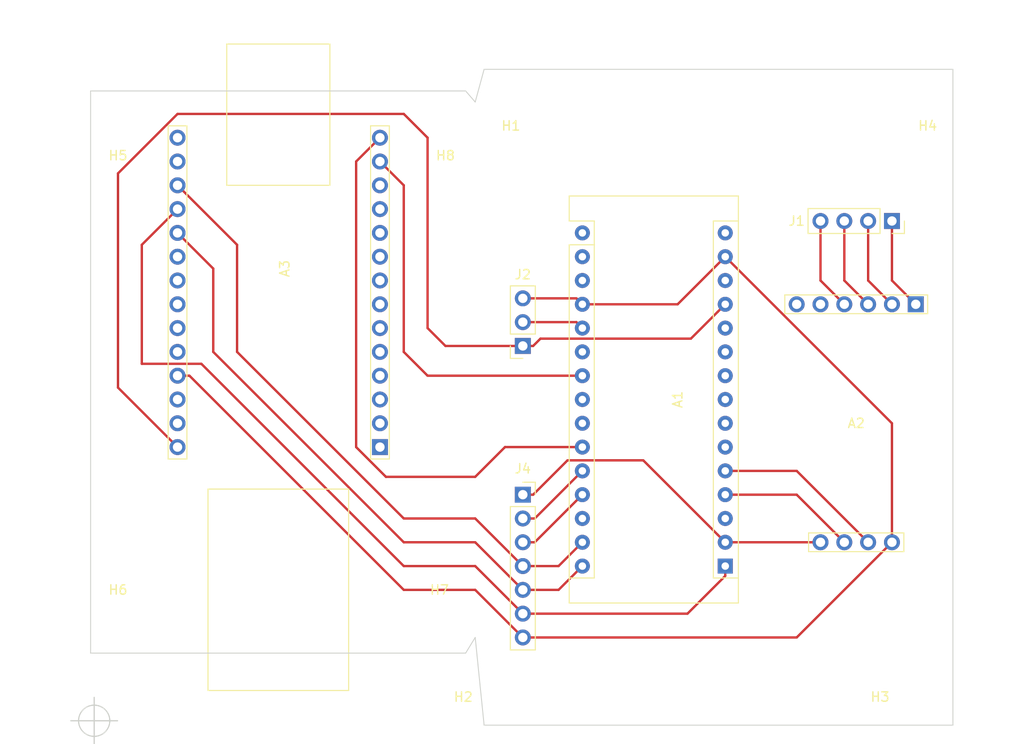
<source format=kicad_pcb>
(kicad_pcb (version 20171130) (host pcbnew 5.1.5+dfsg1-2build2)

  (general
    (thickness 1.6)
    (drawings 17)
    (tracks 83)
    (zones 0)
    (modules 14)
    (nets 18)
  )

  (page A4)
  (title_block
    (title "PCB layout")
    (date 2022-07-23)
    (rev 2.1)
    (company "Ferreira Bros.")
    (comment 2 "JB 3 RFID Reader")
    (comment 3 "JB 2 - Relay")
    (comment 4 "JB 1 - Load cells")
  )

  (layers
    (0 F.Cu signal)
    (31 B.Cu signal)
    (32 B.Adhes user)
    (33 F.Adhes user)
    (34 B.Paste user)
    (35 F.Paste user)
    (36 B.SilkS user)
    (37 F.SilkS user)
    (38 B.Mask user)
    (39 F.Mask user)
    (40 Dwgs.User user)
    (41 Cmts.User user)
    (42 Eco1.User user)
    (43 Eco2.User user)
    (44 Edge.Cuts user)
    (45 Margin user)
    (46 B.CrtYd user)
    (47 F.CrtYd user)
    (48 B.Fab user)
    (49 F.Fab user)
  )

  (setup
    (last_trace_width 0.25)
    (trace_clearance 0.2)
    (zone_clearance 0.508)
    (zone_45_only no)
    (trace_min 0.2)
    (via_size 0.8)
    (via_drill 0.4)
    (via_min_size 0.4)
    (via_min_drill 0.3)
    (uvia_size 0.3)
    (uvia_drill 0.1)
    (uvias_allowed no)
    (uvia_min_size 0.2)
    (uvia_min_drill 0.1)
    (edge_width 0.1)
    (segment_width 0.2)
    (pcb_text_width 0.3)
    (pcb_text_size 1.5 1.5)
    (mod_edge_width 0.15)
    (mod_text_size 1 1)
    (mod_text_width 0.15)
    (pad_size 2.2 2.2)
    (pad_drill 2.2)
    (pad_to_mask_clearance 0)
    (aux_axis_origin 0 0)
    (grid_origin 110.49 133.35)
    (visible_elements FFFFFF7F)
    (pcbplotparams
      (layerselection 0x00000_7fffffff)
      (usegerberextensions false)
      (usegerberattributes false)
      (usegerberadvancedattributes false)
      (creategerberjobfile false)
      (excludeedgelayer false)
      (linewidth 0.100000)
      (plotframeref true)
      (viasonmask false)
      (mode 1)
      (useauxorigin false)
      (hpglpennumber 1)
      (hpglpenspeed 20)
      (hpglpendiameter 15.000000)
      (psnegative false)
      (psa4output false)
      (plotreference true)
      (plotvalue true)
      (plotinvisibletext false)
      (padsonsilk false)
      (subtractmaskfromsilk false)
      (outputformat 4)
      (mirror false)
      (drillshape 0)
      (scaleselection 1)
      (outputdirectory "./"))
  )

  (net 0 "")
  (net 1 GND)
  (net 2 SCK)
  (net 3 MISO)
  (net 4 MOSI)
  (net 5 RST)
  (net 6 +5V)
  (net 7 SDA)
  (net 8 SS_ETH)
  (net 9 SS_SD)
  (net 10 +3V3)
  (net 11 A+)
  (net 12 A-)
  (net 13 E-)
  (net 14 E+)
  (net 15 "Net-(A1-Pad4)")
  (net 16 "Net-(A1-Pad5)")
  (net 17 RELAY)

  (net_class Default "This is the default net class."
    (clearance 0.2)
    (trace_width 0.25)
    (via_dia 0.8)
    (via_drill 0.4)
    (uvia_dia 0.3)
    (uvia_drill 0.1)
    (add_net +3V3)
    (add_net +5V)
    (add_net A+)
    (add_net A-)
    (add_net E+)
    (add_net E-)
    (add_net GND)
    (add_net MISO)
    (add_net MOSI)
    (add_net "Net-(A1-Pad4)")
    (add_net "Net-(A1-Pad5)")
    (add_net RELAY)
    (add_net RST)
    (add_net SCK)
    (add_net SDA)
    (add_net SS_ETH)
    (add_net SS_SD)
  )

  (module Arduino_Modules:Arduino_Nano_Every (layer F.Cu) (tedit 62D871E4) (tstamp 62D8CEAE)
    (at 177.8 116.84 180)
    (descr "Arduino Nano, http://www.mouser.com/pdfdocs/Gravitech_Arduino_Nano3_0.pdf")
    (tags "Arduino Nano")
    (path /62DA404E)
    (fp_text reference A1 (at 5.08 17.78 270) (layer F.SilkS)
      (effects (font (size 1 1) (thickness 0.15)))
    )
    (fp_text value Arduin_Nano_Avery (at 7.62 17.78 270) (layer F.Fab)
      (effects (font (size 1 1) (thickness 0.15)))
    )
    (fp_line (start 13.97 34.29) (end 13.97 36.83) (layer F.SilkS) (width 0.12))
    (fp_line (start 13.97 36.83) (end 16.64 36.83) (layer F.SilkS) (width 0.12))
    (fp_line (start 16.64 34.29) (end 16.64 -3.94) (layer F.SilkS) (width 0.12))
    (fp_line (start 16.64 39.5) (end 16.64 36.83) (layer F.SilkS) (width 0.12))
    (fp_line (start 1.27 36.83) (end -1.4 36.83) (layer F.SilkS) (width 0.12))
    (fp_line (start 1.27 36.83) (end 1.27 -1.27) (layer F.SilkS) (width 0.12))
    (fp_line (start 1.27 -1.27) (end -1.4 -1.27) (layer F.SilkS) (width 0.12))
    (fp_line (start 13.97 34.29) (end 16.64 34.29) (layer F.SilkS) (width 0.12))
    (fp_line (start 13.97 34.29) (end 13.97 -1.27) (layer F.SilkS) (width 0.12))
    (fp_line (start 13.97 -1.27) (end 16.64 -1.27) (layer F.SilkS) (width 0.12))
    (fp_line (start 11.43 3.81) (end 3.81 3.81) (layer F.Fab) (width 0.1))
    (fp_line (start 3.81 3.81) (end 3.81 -6.35) (layer F.Fab) (width 0.1))
    (fp_line (start 3.81 -6.35) (end 11.43 -6.35) (layer F.Fab) (width 0.1))
    (fp_line (start 11.43 -6.35) (end 11.43 3.81) (layer F.Fab) (width 0.1))
    (fp_line (start 16.64 -3.94) (end -1.4 -3.94) (layer F.SilkS) (width 0.12))
    (fp_line (start -1.4 -3.94) (end -1.4 39.5) (layer F.SilkS) (width 0.12))
    (fp_line (start -1.4 39.5) (end 16.64 39.5) (layer F.SilkS) (width 0.12))
    (fp_line (start -1.27 -3.81) (end 16.51 -3.81) (layer F.Fab) (width 0.1))
    (fp_line (start 16.51 -3.81) (end 16.51 38.1) (layer F.Fab) (width 0.1))
    (fp_line (start 16.51 38.1) (end 15.24 39.37) (layer F.Fab) (width 0.1))
    (fp_line (start 15.24 39.37) (end -1.27 39.37) (layer F.Fab) (width 0.1))
    (fp_line (start -1.27 39.37) (end -1.27 -3.81) (layer F.Fab) (width 0.1))
    (fp_line (start 16.77 39.62) (end -1.51 39.62) (layer F.CrtYd) (width 0.05))
    (fp_line (start 16.77 39.62) (end 16.77 -6.6) (layer F.CrtYd) (width 0.05))
    (fp_line (start -1.51 -6.6) (end -1.51 39.62) (layer F.CrtYd) (width 0.05))
    (fp_line (start -1.51 -6.6) (end 16.77 -6.6) (layer F.CrtYd) (width 0.05))
    (pad 16 thru_hole oval (at 15.24 35.56) (size 1.6 1.6) (drill 0.8) (layers *.Cu *.Mask))
    (pad 2 thru_hole oval (at 0 2.54) (size 1.6 1.6) (drill 0.8) (layers *.Cu *.Mask)
      (net 10 +3V3))
    (pad 17 thru_hole oval (at 15.24 33.02) (size 1.6 1.6) (drill 0.8) (layers *.Cu *.Mask))
    (pad 3 thru_hole oval (at 0 5.08) (size 1.6 1.6) (drill 0.8) (layers *.Cu *.Mask))
    (pad 18 thru_hole oval (at 15.24 30.48) (size 1.6 1.6) (drill 0.8) (layers *.Cu *.Mask))
    (pad 4 thru_hole oval (at 0 7.62) (size 1.6 1.6) (drill 0.8) (layers *.Cu *.Mask)
      (net 15 "Net-(A1-Pad4)"))
    (pad 19 thru_hole oval (at 15.24 27.94) (size 1.6 1.6) (drill 0.8) (layers *.Cu *.Mask)
      (net 1 GND))
    (pad 5 thru_hole oval (at 0 10.16) (size 1.6 1.6) (drill 0.8) (layers *.Cu *.Mask)
      (net 16 "Net-(A1-Pad5)"))
    (pad 20 thru_hole oval (at 15.24 25.4) (size 1.6 1.6) (drill 0.8) (layers *.Cu *.Mask)
      (net 17 RELAY))
    (pad 6 thru_hole oval (at 0 12.7) (size 1.6 1.6) (drill 0.8) (layers *.Cu *.Mask))
    (pad 21 thru_hole oval (at 15.24 22.86) (size 1.6 1.6) (drill 0.8) (layers *.Cu *.Mask))
    (pad 7 thru_hole oval (at 0 15.24) (size 1.6 1.6) (drill 0.8) (layers *.Cu *.Mask))
    (pad 22 thru_hole oval (at 15.24 20.32) (size 1.6 1.6) (drill 0.8) (layers *.Cu *.Mask)
      (net 9 SS_SD))
    (pad 8 thru_hole oval (at 0 17.78) (size 1.6 1.6) (drill 0.8) (layers *.Cu *.Mask))
    (pad 23 thru_hole oval (at 15.24 17.78) (size 1.6 1.6) (drill 0.8) (layers *.Cu *.Mask))
    (pad 9 thru_hole oval (at 0 20.32) (size 1.6 1.6) (drill 0.8) (layers *.Cu *.Mask))
    (pad 24 thru_hole oval (at 15.24 15.24) (size 1.6 1.6) (drill 0.8) (layers *.Cu *.Mask))
    (pad 10 thru_hole oval (at 0 22.86) (size 1.6 1.6) (drill 0.8) (layers *.Cu *.Mask))
    (pad 25 thru_hole oval (at 15.24 12.7) (size 1.6 1.6) (drill 0.8) (layers *.Cu *.Mask)
      (net 8 SS_ETH))
    (pad 11 thru_hole oval (at 0 25.4) (size 1.6 1.6) (drill 0.8) (layers *.Cu *.Mask))
    (pad 26 thru_hole oval (at 15.24 10.16) (size 1.6 1.6) (drill 0.8) (layers *.Cu *.Mask)
      (net 7 SDA))
    (pad 12 thru_hole oval (at 0 27.94) (size 1.6 1.6) (drill 0.8) (layers *.Cu *.Mask)
      (net 6 +5V))
    (pad 27 thru_hole oval (at 15.24 7.62) (size 1.6 1.6) (drill 0.8) (layers *.Cu *.Mask)
      (net 5 RST))
    (pad 13 thru_hole oval (at 0 30.48) (size 1.6 1.6) (drill 0.8) (layers *.Cu *.Mask))
    (pad 28 thru_hole oval (at 15.24 5.08) (size 1.6 1.6) (drill 0.8) (layers *.Cu *.Mask))
    (pad 14 thru_hole oval (at 0 33.02) (size 1.6 1.6) (drill 0.8) (layers *.Cu *.Mask)
      (net 1 GND))
    (pad 29 thru_hole oval (at 15.24 2.54) (size 1.6 1.6) (drill 0.8) (layers *.Cu *.Mask)
      (net 4 MOSI))
    (pad 15 thru_hole oval (at 0 35.56) (size 1.6 1.6) (drill 0.8) (layers *.Cu *.Mask))
    (pad 30 thru_hole oval (at 15.24 0) (size 1.6 1.6) (drill 0.8) (layers *.Cu *.Mask)
      (net 3 MISO))
    (pad 1 thru_hole rect (at 0 0) (size 1.6 1.6) (drill 0.8) (layers *.Cu *.Mask)
      (net 2 SCK))
    (model ${KISYS3DMOD}/Module.3dshapes/Arduino_Nano_WithMountingHoles.wrl
      (at (xyz 0 0 0))
      (scale (xyz 1 1 1))
      (rotate (xyz 0 0 0))
    )
  )

  (module Arduino_Modules:MKR_ETH_Shield (layer F.Cu) (tedit 62D8720F) (tstamp 62D895F1)
    (at 140.97 104.14 180)
    (descr "Arduino ethernet shield")
    (path /62D2204F)
    (fp_text reference A3 (at 10.16 19.05 90) (layer F.SilkS)
      (effects (font (size 1 1) (thickness 0.15)))
    )
    (fp_text value Arduino_MKR_ETH (at 12.7 19.05 90) (layer F.Fab)
      (effects (font (size 1 1) (thickness 0.15)))
    )
    (fp_line (start 16.34 27.94) (end 5.34 27.94) (layer F.SilkS) (width 0.12))
    (fp_line (start 16.34 43.02) (end 16.34 27.94) (layer F.SilkS) (width 0.12))
    (fp_line (start 5.34 43.02) (end 5.34 27.94) (layer F.SilkS) (width 0.12))
    (fp_line (start 16.34 43.02) (end 5.34 43.02) (layer F.SilkS) (width 0.12))
    (fp_line (start 18.34 -4.48) (end 3.34 -4.48) (layer F.SilkS) (width 0.12))
    (fp_line (start 3.34 -4.48) (end 3.34 -25.98) (layer F.SilkS) (width 0.12))
    (fp_line (start 18.34 -4.48) (end 18.34 -25.98) (layer F.SilkS) (width 0.12))
    (fp_line (start 18.34 -25.98) (end 3.34 -25.98) (layer F.SilkS) (width 0.12))
    (fp_line (start 1 34.29) (end -1 34.29) (layer F.SilkS) (width 0.12))
    (fp_line (start 1 -1.27) (end -1 -1.27) (layer F.SilkS) (width 0.12))
    (fp_line (start 1 34.29) (end 1 -1.27) (layer F.SilkS) (width 0.12))
    (fp_line (start -1 34.29) (end -1 -1.27) (layer F.SilkS) (width 0.12))
    (fp_line (start 22.59 34.29) (end 20.59 34.29) (layer F.SilkS) (width 0.12))
    (fp_line (start 22.59 34.29) (end 22.59 -1.27) (layer F.SilkS) (width 0.12))
    (fp_line (start 22.59 -1.27) (end 20.59 -1.27) (layer F.SilkS) (width 0.12))
    (fp_line (start 20.59 34.29) (end 20.59 -1.27) (layer F.SilkS) (width 0.12))
    (fp_line (start 23.34 -21.98) (end -1.66 -21.98) (layer F.CrtYd) (width 0.05))
    (fp_line (start -1.66 39.02) (end -1.66 -21.98) (layer F.CrtYd) (width 0.05))
    (fp_line (start 23.34 39.02) (end 23.34 -21.98) (layer F.CrtYd) (width 0.05))
    (fp_line (start 23.34 39.02) (end -1.66 39.02) (layer F.CrtYd) (width 0.05))
    (pad 1 thru_hole rect (at 0 0) (size 1.7 1.7) (drill 1) (layers *.Cu *.Mask))
    (pad 2 thru_hole oval (at 0 2.54) (size 1.7 1.7) (drill 1) (layers *.Cu *.Mask))
    (pad 3 thru_hole oval (at 0 5.08) (size 1.7 1.7) (drill 1) (layers *.Cu *.Mask))
    (pad 4 thru_hole oval (at 0 7.62) (size 1.7 1.7) (drill 1) (layers *.Cu *.Mask))
    (pad 5 thru_hole oval (at 0 10.16) (size 1.7 1.7) (drill 1) (layers *.Cu *.Mask))
    (pad 6 thru_hole oval (at 0 12.7) (size 1.7 1.7) (drill 1) (layers *.Cu *.Mask))
    (pad 7 thru_hole oval (at 0 15.24) (size 1.7 1.7) (drill 1) (layers *.Cu *.Mask))
    (pad 8 thru_hole oval (at 0 17.78) (size 1.7 1.7) (drill 1) (layers *.Cu *.Mask))
    (pad 9 thru_hole oval (at 0 20.32) (size 1.7 1.7) (drill 1) (layers *.Cu *.Mask))
    (pad 10 thru_hole oval (at 0 22.86) (size 1.7 1.7) (drill 1) (layers *.Cu *.Mask))
    (pad 11 thru_hole oval (at 0 25.4) (size 1.7 1.7) (drill 1) (layers *.Cu *.Mask))
    (pad 12 thru_hole oval (at 0 27.94) (size 1.7 1.7) (drill 1) (layers *.Cu *.Mask))
    (pad 13 thru_hole oval (at 0 30.48) (size 1.7 1.7) (drill 1) (layers *.Cu *.Mask)
      (net 9 SS_SD))
    (pad 14 thru_hole oval (at 0 33.02) (size 1.7 1.7) (drill 1) (layers *.Cu *.Mask)
      (net 8 SS_ETH))
    (pad 28 thru_hole oval (at 21.59 0) (size 1.7 1.7) (drill 1) (layers *.Cu *.Mask)
      (net 6 +5V))
    (pad 27 thru_hole oval (at 21.59 2.54) (size 1.7 1.7) (drill 1) (layers *.Cu *.Mask))
    (pad 26 thru_hole oval (at 21.59 5.08) (size 1.7 1.7) (drill 1) (layers *.Cu *.Mask))
    (pad 25 thru_hole oval (at 21.59 7.62) (size 1.7 1.7) (drill 1) (layers *.Cu *.Mask)
      (net 1 GND))
    (pad 24 thru_hole oval (at 21.59 10.16) (size 1.7 1.7) (drill 1) (layers *.Cu *.Mask))
    (pad 23 thru_hole oval (at 21.59 12.7) (size 1.7 1.7) (drill 1) (layers *.Cu *.Mask))
    (pad 22 thru_hole oval (at 21.59 15.24) (size 1.7 1.7) (drill 1) (layers *.Cu *.Mask))
    (pad 21 thru_hole oval (at 21.59 17.78) (size 1.7 1.7) (drill 1) (layers *.Cu *.Mask))
    (pad 20 thru_hole oval (at 21.59 20.32) (size 1.7 1.7) (drill 1) (layers *.Cu *.Mask))
    (pad 19 thru_hole oval (at 21.59 22.86) (size 1.7 1.7) (drill 1) (layers *.Cu *.Mask)
      (net 3 MISO))
    (pad 18 thru_hole oval (at 21.59 25.4) (size 1.7 1.7) (drill 1) (layers *.Cu *.Mask)
      (net 2 SCK))
    (pad 17 thru_hole oval (at 21.59 27.94) (size 1.7 1.7) (drill 1) (layers *.Cu *.Mask)
      (net 4 MOSI))
    (pad 16 thru_hole oval (at 21.59 30.48) (size 1.7 1.7) (drill 1) (layers *.Cu *.Mask))
    (pad 15 thru_hole oval (at 21.59 33.02) (size 1.7 1.7) (drill 1) (layers *.Cu *.Mask))
  )

  (module MountingHole:MountingHole_2.2mm_M2 (layer F.Cu) (tedit 56D1B4CB) (tstamp 62D74B08)
    (at 147.955 69.215)
    (descr "Mounting Hole 2.2mm, no annular, M2")
    (tags "mounting hole 2.2mm no annular m2")
    (path /62D93269)
    (attr virtual)
    (fp_text reference H8 (at 0 3.81) (layer F.SilkS)
      (effects (font (size 1 1) (thickness 0.15)))
    )
    (fp_text value MountingHole (at -2.54 -3.81 180) (layer F.Fab)
      (effects (font (size 1 1) (thickness 0.15)))
    )
    (fp_circle (center 0 0) (end 2.45 0) (layer F.CrtYd) (width 0.05))
    (fp_circle (center 0 0) (end 2.2 0) (layer Cmts.User) (width 0.15))
    (fp_text user %R (at 0.3 0) (layer F.Fab)
      (effects (font (size 1 1) (thickness 0.15)))
    )
    (pad 1 np_thru_hole circle (at 0 0) (size 2.2 2.2) (drill 2.2) (layers *.Cu *.Mask))
  )

  (module MountingHole:MountingHole_2.2mm_M2 (layer F.Cu) (tedit 56D1B4CB) (tstamp 62DB3376)
    (at 147.32 123.19)
    (descr "Mounting Hole 2.2mm, no annular, M2")
    (tags "mounting hole 2.2mm no annular m2")
    (path /62D935B8)
    (attr virtual)
    (fp_text reference H7 (at 0 -3.81) (layer F.SilkS)
      (effects (font (size 1 1) (thickness 0.15)))
    )
    (fp_text value MountingHole (at -2.54 3.81) (layer F.Fab)
      (effects (font (size 1 1) (thickness 0.15)))
    )
    (fp_text user %R (at 0.3 0) (layer F.Fab)
      (effects (font (size 1 1) (thickness 0.15)))
    )
    (fp_circle (center 0 0) (end 2.2 0) (layer Cmts.User) (width 0.15))
    (fp_circle (center 0 0) (end 2.45 0) (layer F.CrtYd) (width 0.05))
    (pad 1 np_thru_hole circle (at 0 0) (size 2.2 2.2) (drill 2.2) (layers *.Cu *.Mask))
  )

  (module MountingHole:MountingHole_2.2mm_M2 (layer F.Cu) (tedit 56D1B4CB) (tstamp 62DB31D5)
    (at 113.03 123.19)
    (descr "Mounting Hole 2.2mm, no annular, M2")
    (tags "mounting hole 2.2mm no annular m2")
    (path /62D93743)
    (attr virtual)
    (fp_text reference H6 (at 0 -3.81) (layer F.SilkS)
      (effects (font (size 1 1) (thickness 0.15)))
    )
    (fp_text value MountingHole (at 3.81 3.81 180) (layer F.Fab)
      (effects (font (size 1 1) (thickness 0.15)))
    )
    (fp_circle (center 0 0) (end 2.45 0) (layer F.CrtYd) (width 0.05))
    (fp_circle (center 0 0) (end 2.2 0) (layer Cmts.User) (width 0.15))
    (fp_text user %R (at 0.3 0) (layer F.Fab)
      (effects (font (size 1 1) (thickness 0.15)))
    )
    (pad 1 np_thru_hole circle (at 0 0) (size 2.2 2.2) (drill 2.2) (layers *.Cu *.Mask))
  )

  (module MountingHole:MountingHole_2.2mm_M2 (layer F.Cu) (tedit 56D1B4CB) (tstamp 62D74AF0)
    (at 113.03 69.215)
    (descr "Mounting Hole 2.2mm, no annular, M2")
    (tags "mounting hole 2.2mm no annular m2")
    (path /62D92E33)
    (attr virtual)
    (fp_text reference H5 (at 0 3.81) (layer F.SilkS)
      (effects (font (size 1 1) (thickness 0.15)))
    )
    (fp_text value MountingHole (at 3.81 -3.81 180) (layer F.Fab)
      (effects (font (size 1 1) (thickness 0.15)))
    )
    (fp_circle (center 0 0) (end 2.45 0) (layer F.CrtYd) (width 0.05))
    (fp_circle (center 0 0) (end 2.2 0) (layer Cmts.User) (width 0.15))
    (fp_text user %R (at 0.3 0) (layer F.Fab)
      (effects (font (size 1 1) (thickness 0.15)))
    )
    (pad 1 np_thru_hole circle (at 0 0) (size 2.2 2.2) (drill 2.2) (layers *.Cu *.Mask))
  )

  (module MountingHole:MountingHole_2.2mm_M2 (layer F.Cu) (tedit 56D1B4CB) (tstamp 62DB2736)
    (at 199.39 66.04)
    (descr "Mounting Hole 2.2mm, no annular, M2")
    (tags "mounting hole 2.2mm no annular m2")
    (path /62D93E95)
    (attr virtual)
    (fp_text reference H4 (at 0 3.81) (layer F.SilkS)
      (effects (font (size 1 1) (thickness 0.15)))
    )
    (fp_text value MountingHole (at -3.81 -3.81) (layer F.Fab)
      (effects (font (size 1 1) (thickness 0.15)))
    )
    (fp_circle (center 0 0) (end 2.45 0) (layer F.CrtYd) (width 0.05))
    (fp_circle (center 0 0) (end 2.2 0) (layer Cmts.User) (width 0.15))
    (fp_text user %R (at 0.3 0) (layer F.Fab)
      (effects (font (size 1 1) (thickness 0.15)))
    )
    (pad 1 np_thru_hole circle (at 0 0) (size 2.2 2.2) (drill 2.2) (layers *.Cu *.Mask))
  )

  (module MountingHole:MountingHole_2.2mm_M2 (layer F.Cu) (tedit 56D1B4CB) (tstamp 62D74AE0)
    (at 199.39 130.81)
    (descr "Mounting Hole 2.2mm, no annular, M2")
    (tags "mounting hole 2.2mm no annular m2")
    (path /62D94384)
    (attr virtual)
    (fp_text reference H3 (at -5.08 0) (layer F.SilkS)
      (effects (font (size 1 1) (thickness 0.15)))
    )
    (fp_text value MountingHole (at -3.81 3.81) (layer F.Fab)
      (effects (font (size 1 1) (thickness 0.15)))
    )
    (fp_circle (center 0 0) (end 2.45 0) (layer F.CrtYd) (width 0.05))
    (fp_circle (center 0 0) (end 2.2 0) (layer Cmts.User) (width 0.15))
    (fp_text user %R (at 0.3 0) (layer F.Fab)
      (effects (font (size 1 1) (thickness 0.15)))
    )
    (pad 1 np_thru_hole circle (at 0 0) (size 2.2 2.2) (drill 2.2) (layers *.Cu *.Mask))
  )

  (module MountingHole:MountingHole_2.2mm_M2 (layer F.Cu) (tedit 56D1B4CB) (tstamp 62D74AD8)
    (at 154.94 130.81)
    (descr "Mounting Hole 2.2mm, no annular, M2")
    (tags "mounting hole 2.2mm no annular m2")
    (path /62D94503)
    (attr virtual)
    (fp_text reference H2 (at -5.08 0) (layer F.SilkS)
      (effects (font (size 1 1) (thickness 0.15)))
    )
    (fp_text value MountingHole (at -1.27 3.81) (layer F.Fab)
      (effects (font (size 1 1) (thickness 0.15)))
    )
    (fp_circle (center 0 0) (end 2.45 0) (layer F.CrtYd) (width 0.05))
    (fp_circle (center 0 0) (end 2.2 0) (layer Cmts.User) (width 0.15))
    (fp_text user %R (at 0.3 0) (layer F.Fab)
      (effects (font (size 1 1) (thickness 0.15)))
    )
    (pad 1 np_thru_hole circle (at 0 0) (size 2.2 2.2) (drill 2.2) (layers *.Cu *.Mask))
  )

  (module MountingHole:MountingHole_2.2mm_M2 (layer F.Cu) (tedit 56D1B4CB) (tstamp 62DB2ACA)
    (at 154.94 66.04)
    (descr "Mounting Hole 2.2mm, no annular, M2")
    (tags "mounting hole 2.2mm no annular m2")
    (path /62D93B71)
    (attr virtual)
    (fp_text reference H1 (at 0 3.81) (layer F.SilkS)
      (effects (font (size 1 1) (thickness 0.15)))
    )
    (fp_text value MountingHole (at 3.81 -3.81) (layer F.Fab)
      (effects (font (size 1 1) (thickness 0.15)))
    )
    (fp_circle (center 0 0) (end 2.45 0) (layer F.CrtYd) (width 0.05))
    (fp_circle (center 0 0) (end 2.2 0) (layer Cmts.User) (width 0.15))
    (fp_text user %R (at 0.3 0) (layer F.Fab)
      (effects (font (size 1 1) (thickness 0.15)))
    )
    (pad 1 np_thru_hole circle (at 0 0) (size 2.2 2.2) (drill 2.2) (layers *.Cu *.Mask))
  )

  (module Connector_PinSocket_2.54mm:PinSocket_1x07_P2.54mm_Vertical (layer F.Cu) (tedit 5A19A433) (tstamp 62D6091F)
    (at 156.21 109.22)
    (descr "Through hole straight socket strip, 1x07, 2.54mm pitch, single row (from Kicad 4.0.7), script generated")
    (tags "Through hole socket strip THT 1x07 2.54mm single row")
    (path /62D29C17)
    (fp_text reference J4 (at 0 -2.77) (layer F.SilkS)
      (effects (font (size 1 1) (thickness 0.15)))
    )
    (fp_text value Conn_01x07_Female (at -3.81 7.62 90) (layer F.Fab)
      (effects (font (size 1 1) (thickness 0.15)))
    )
    (fp_text user %R (at 0 7.62 90) (layer F.Fab)
      (effects (font (size 1 1) (thickness 0.15)))
    )
    (fp_line (start -1.8 17) (end -1.8 -1.8) (layer F.CrtYd) (width 0.05))
    (fp_line (start 1.75 17) (end -1.8 17) (layer F.CrtYd) (width 0.05))
    (fp_line (start 1.75 -1.8) (end 1.75 17) (layer F.CrtYd) (width 0.05))
    (fp_line (start -1.8 -1.8) (end 1.75 -1.8) (layer F.CrtYd) (width 0.05))
    (fp_line (start 0 -1.33) (end 1.33 -1.33) (layer F.SilkS) (width 0.12))
    (fp_line (start 1.33 -1.33) (end 1.33 0) (layer F.SilkS) (width 0.12))
    (fp_line (start 1.33 1.27) (end 1.33 16.57) (layer F.SilkS) (width 0.12))
    (fp_line (start -1.33 16.57) (end 1.33 16.57) (layer F.SilkS) (width 0.12))
    (fp_line (start -1.33 1.27) (end -1.33 16.57) (layer F.SilkS) (width 0.12))
    (fp_line (start -1.33 1.27) (end 1.33 1.27) (layer F.SilkS) (width 0.12))
    (fp_line (start -1.27 16.51) (end -1.27 -1.27) (layer F.Fab) (width 0.1))
    (fp_line (start 1.27 16.51) (end -1.27 16.51) (layer F.Fab) (width 0.1))
    (fp_line (start 1.27 -0.635) (end 1.27 16.51) (layer F.Fab) (width 0.1))
    (fp_line (start 0.635 -1.27) (end 1.27 -0.635) (layer F.Fab) (width 0.1))
    (fp_line (start -1.27 -1.27) (end 0.635 -1.27) (layer F.Fab) (width 0.1))
    (pad 7 thru_hole oval (at 0 15.24) (size 1.7 1.7) (drill 1) (layers *.Cu *.Mask)
      (net 1 GND))
    (pad 6 thru_hole oval (at 0 12.7) (size 1.7 1.7) (drill 1) (layers *.Cu *.Mask)
      (net 2 SCK))
    (pad 5 thru_hole oval (at 0 10.16) (size 1.7 1.7) (drill 1) (layers *.Cu *.Mask)
      (net 3 MISO))
    (pad 4 thru_hole oval (at 0 7.62) (size 1.7 1.7) (drill 1) (layers *.Cu *.Mask)
      (net 4 MOSI))
    (pad 3 thru_hole oval (at 0 5.08) (size 1.7 1.7) (drill 1) (layers *.Cu *.Mask)
      (net 5 RST))
    (pad 2 thru_hole oval (at 0 2.54) (size 1.7 1.7) (drill 1) (layers *.Cu *.Mask)
      (net 7 SDA))
    (pad 1 thru_hole rect (at 0 0) (size 1.7 1.7) (drill 1) (layers *.Cu *.Mask)
      (net 10 +3V3))
    (model ${KISYS3DMOD}/Connector_PinSocket_2.54mm.3dshapes/PinSocket_1x07_P2.54mm_Vertical.wrl
      (at (xyz 0 0 0))
      (scale (xyz 1 1 1))
      (rotate (xyz 0 0 0))
    )
  )

  (module Connector_PinSocket_2.54mm:PinSocket_1x03_P2.54mm_Vertical (layer F.Cu) (tedit 5A19A429) (tstamp 62D5FEC1)
    (at 156.21 93.345 180)
    (descr "Through hole straight socket strip, 1x03, 2.54mm pitch, single row (from Kicad 4.0.7), script generated")
    (tags "Through hole socket strip THT 1x03 2.54mm single row")
    (path /62D2AAB4)
    (fp_text reference J2 (at 0 7.62) (layer F.SilkS)
      (effects (font (size 1 1) (thickness 0.15)))
    )
    (fp_text value Conn_01x03_Female (at 3.81 2.54 90) (layer F.Fab)
      (effects (font (size 1 1) (thickness 0.15)))
    )
    (fp_text user %R (at 0 2.54 90) (layer F.Fab)
      (effects (font (size 1 1) (thickness 0.15)))
    )
    (fp_line (start -1.8 6.85) (end -1.8 -1.8) (layer F.CrtYd) (width 0.05))
    (fp_line (start 1.75 6.85) (end -1.8 6.85) (layer F.CrtYd) (width 0.05))
    (fp_line (start 1.75 -1.8) (end 1.75 6.85) (layer F.CrtYd) (width 0.05))
    (fp_line (start -1.8 -1.8) (end 1.75 -1.8) (layer F.CrtYd) (width 0.05))
    (fp_line (start 0 -1.33) (end 1.33 -1.33) (layer F.SilkS) (width 0.12))
    (fp_line (start 1.33 -1.33) (end 1.33 0) (layer F.SilkS) (width 0.12))
    (fp_line (start 1.33 1.27) (end 1.33 6.41) (layer F.SilkS) (width 0.12))
    (fp_line (start -1.33 6.41) (end 1.33 6.41) (layer F.SilkS) (width 0.12))
    (fp_line (start -1.33 1.27) (end -1.33 6.41) (layer F.SilkS) (width 0.12))
    (fp_line (start -1.33 1.27) (end 1.33 1.27) (layer F.SilkS) (width 0.12))
    (fp_line (start -1.27 6.35) (end -1.27 -1.27) (layer F.Fab) (width 0.1))
    (fp_line (start 1.27 6.35) (end -1.27 6.35) (layer F.Fab) (width 0.1))
    (fp_line (start 1.27 -0.635) (end 1.27 6.35) (layer F.Fab) (width 0.1))
    (fp_line (start 0.635 -1.27) (end 1.27 -0.635) (layer F.Fab) (width 0.1))
    (fp_line (start -1.27 -1.27) (end 0.635 -1.27) (layer F.Fab) (width 0.1))
    (pad 3 thru_hole oval (at 0 5.08 180) (size 1.7 1.7) (drill 1) (layers *.Cu *.Mask)
      (net 1 GND))
    (pad 2 thru_hole oval (at 0 2.54 180) (size 1.7 1.7) (drill 1) (layers *.Cu *.Mask)
      (net 17 RELAY))
    (pad 1 thru_hole rect (at 0 0 180) (size 1.7 1.7) (drill 1) (layers *.Cu *.Mask)
      (net 6 +5V))
    (model ${KISYS3DMOD}/Connector_PinSocket_2.54mm.3dshapes/PinSocket_1x03_P2.54mm_Vertical.wrl
      (at (xyz 0 0 0))
      (scale (xyz 1 1 1))
      (rotate (xyz 0 0 0))
    )
  )

  (module Connector_PinSocket_2.54mm:PinSocket_1x04_P2.54mm_Vertical (layer F.Cu) (tedit 5A19A429) (tstamp 62D5FEAA)
    (at 195.58 80.01 270)
    (descr "Through hole straight socket strip, 1x04, 2.54mm pitch, single row (from Kicad 4.0.7), script generated")
    (tags "Through hole socket strip THT 1x04 2.54mm single row")
    (path /62E179A4)
    (fp_text reference J1 (at 0 10.16 180) (layer F.SilkS)
      (effects (font (size 1 1) (thickness 0.15)))
    )
    (fp_text value Conn_01x04_Female (at 2.54 3.81) (layer F.Fab)
      (effects (font (size 1 1) (thickness 0.15)))
    )
    (fp_text user %R (at 0 3.81) (layer F.Fab)
      (effects (font (size 1 1) (thickness 0.15)))
    )
    (fp_line (start -1.8 9.4) (end -1.8 -1.8) (layer F.CrtYd) (width 0.05))
    (fp_line (start 1.75 9.4) (end -1.8 9.4) (layer F.CrtYd) (width 0.05))
    (fp_line (start 1.75 -1.8) (end 1.75 9.4) (layer F.CrtYd) (width 0.05))
    (fp_line (start -1.8 -1.8) (end 1.75 -1.8) (layer F.CrtYd) (width 0.05))
    (fp_line (start 0 -1.33) (end 1.33 -1.33) (layer F.SilkS) (width 0.12))
    (fp_line (start 1.33 -1.33) (end 1.33 0) (layer F.SilkS) (width 0.12))
    (fp_line (start 1.33 1.27) (end 1.33 8.95) (layer F.SilkS) (width 0.12))
    (fp_line (start -1.33 8.95) (end 1.33 8.95) (layer F.SilkS) (width 0.12))
    (fp_line (start -1.33 1.27) (end -1.33 8.95) (layer F.SilkS) (width 0.12))
    (fp_line (start -1.33 1.27) (end 1.33 1.27) (layer F.SilkS) (width 0.12))
    (fp_line (start -1.27 8.89) (end -1.27 -1.27) (layer F.Fab) (width 0.1))
    (fp_line (start 1.27 8.89) (end -1.27 8.89) (layer F.Fab) (width 0.1))
    (fp_line (start 1.27 -0.635) (end 1.27 8.89) (layer F.Fab) (width 0.1))
    (fp_line (start 0.635 -1.27) (end 1.27 -0.635) (layer F.Fab) (width 0.1))
    (fp_line (start -1.27 -1.27) (end 0.635 -1.27) (layer F.Fab) (width 0.1))
    (pad 4 thru_hole oval (at 0 7.62 270) (size 1.7 1.7) (drill 1) (layers *.Cu *.Mask)
      (net 11 A+))
    (pad 3 thru_hole oval (at 0 5.08 270) (size 1.7 1.7) (drill 1) (layers *.Cu *.Mask)
      (net 12 A-))
    (pad 2 thru_hole oval (at 0 2.54 270) (size 1.7 1.7) (drill 1) (layers *.Cu *.Mask)
      (net 13 E-))
    (pad 1 thru_hole rect (at 0 0 270) (size 1.7 1.7) (drill 1) (layers *.Cu *.Mask)
      (net 14 E+))
    (model ${KISYS3DMOD}/Connector_PinSocket_2.54mm.3dshapes/PinSocket_1x04_P2.54mm_Vertical.wrl
      (at (xyz 0 0 0))
      (scale (xyz 1 1 1))
      (rotate (xyz 0 0 0))
    )
  )

  (module Arduino_Modules:HX711_Module (layer F.Cu) (tedit 62D87200) (tstamp 62D5FE92)
    (at 185.42 88.9)
    (path /62D2F06D)
    (fp_text reference A2 (at 6.35 12.7) (layer F.SilkS)
      (effects (font (size 1 1) (thickness 0.15)))
    )
    (fp_text value HX711 (at 6.35 8.89) (layer F.Fab)
      (effects (font (size 1 1) (thickness 0.15)))
    )
    (fp_line (start 11.43 26.4) (end 11.43 24.4) (layer F.SilkS) (width 0.12))
    (fp_line (start 1.27 26.4) (end 11.43 26.4) (layer F.SilkS) (width 0.12))
    (fp_line (start 1.27 24.4) (end 1.27 26.4) (layer F.SilkS) (width 0.12))
    (fp_line (start 11.43 24.4) (end 1.27 24.4) (layer F.SilkS) (width 0.12))
    (fp_line (start -1.27 1) (end -1.27 -1) (layer F.SilkS) (width 0.12))
    (fp_line (start 13.97 1) (end -1.27 1) (layer F.SilkS) (width 0.12))
    (fp_line (start 13.97 -1) (end 13.97 1) (layer F.SilkS) (width 0.12))
    (fp_line (start -1.27 -1) (end 13.97 -1) (layer F.SilkS) (width 0.12))
    (fp_line (start -4 30) (end 16.5 30) (layer F.CrtYd) (width 0.05))
    (fp_line (start 16.5 -4) (end 16.5 30) (layer F.CrtYd) (width 0.05))
    (fp_line (start -4 -4) (end -4 30) (layer F.CrtYd) (width 0.05))
    (fp_line (start -4 -4) (end 16.5 -4) (layer F.CrtYd) (width 0.05))
    (pad 10 thru_hole oval (at 10.16 25.4) (size 1.7 1.7) (drill 1) (layers *.Cu *.Mask)
      (net 1 GND))
    (pad 9 thru_hole oval (at 7.62 25.4) (size 1.7 1.7) (drill 1) (layers *.Cu *.Mask)
      (net 16 "Net-(A1-Pad5)"))
    (pad 8 thru_hole oval (at 5.08 25.4) (size 1.7 1.7) (drill 1) (layers *.Cu *.Mask)
      (net 15 "Net-(A1-Pad4)"))
    (pad 7 thru_hole oval (at 2.54 25.4) (size 1.7 1.7) (drill 1) (layers *.Cu *.Mask)
      (net 10 +3V3))
    (pad 1 thru_hole rect (at 12.7 0) (size 1.7 1.7) (drill 1) (layers *.Cu *.Mask)
      (net 14 E+))
    (pad 2 thru_hole oval (at 10.16 0) (size 1.7 1.7) (drill 1) (layers *.Cu *.Mask)
      (net 13 E-))
    (pad 3 thru_hole oval (at 7.62 0) (size 1.7 1.7) (drill 1) (layers *.Cu *.Mask)
      (net 12 A-))
    (pad 4 thru_hole oval (at 5.08 0) (size 1.7 1.7) (drill 1) (layers *.Cu *.Mask)
      (net 11 A+))
    (pad 5 thru_hole oval (at 2.54 0) (size 1.7 1.7) (drill 1) (layers *.Cu *.Mask))
    (pad 6 thru_hole oval (at 0 0) (size 1.7 1.7) (drill 1) (layers *.Cu *.Mask))
  )

  (target plus (at 110.49 133.35) (size 5) (width 0.1) (layer Edge.Cuts) (tstamp 62DBD40B))
  (target plus (at 110.49 133.35) (size 5) (width 0.1) (layer Edge.Cuts) (tstamp 62DBD40A))
  (target plus (at 110.49 133.35) (size 5) (width 0.1) (layer Edge.Cuts))
  (dimension 70 (width 0.15) (layer F.Fab)
    (gr_text "70.000 mm" (at 208.31 98.82 270) (layer F.Fab)
      (effects (font (size 1 1) (thickness 0.15)))
    )
    (feature1 (pts (xy 202.08 133.82) (xy 207.596421 133.82)))
    (feature2 (pts (xy 202.08 63.82) (xy 207.596421 63.82)))
    (crossbar (pts (xy 207.01 63.82) (xy 207.01 133.82)))
    (arrow1a (pts (xy 207.01 133.82) (xy 206.423579 132.693496)))
    (arrow1b (pts (xy 207.01 133.82) (xy 207.596421 132.693496)))
    (arrow2a (pts (xy 207.01 63.82) (xy 206.423579 64.946504)))
    (arrow2b (pts (xy 207.01 63.82) (xy 207.596421 64.946504)))
  )
  (dimension 50 (width 0.15) (layer F.Fab)
    (gr_text "50.000 mm" (at 177.08 57.12) (layer F.Fab)
      (effects (font (size 1 1) (thickness 0.15)))
    )
    (feature1 (pts (xy 202.08 63.82) (xy 202.08 57.833579)))
    (feature2 (pts (xy 152.08 63.82) (xy 152.08 57.833579)))
    (crossbar (pts (xy 152.08 58.42) (xy 202.08 58.42)))
    (arrow1a (pts (xy 202.08 58.42) (xy 200.953496 59.006421)))
    (arrow1b (pts (xy 202.08 58.42) (xy 200.953496 57.833579)))
    (arrow2a (pts (xy 152.08 58.42) (xy 153.206504 59.006421)))
    (arrow2b (pts (xy 152.08 58.42) (xy 153.206504 57.833579)))
  )
  (dimension 40 (width 0.15) (layer F.Fab)
    (gr_text "40.000 mm" (at 130.11 58.39) (layer F.Fab)
      (effects (font (size 1 1) (thickness 0.15)))
    )
    (feature1 (pts (xy 150.11 66.13) (xy 150.11 59.103579)))
    (feature2 (pts (xy 110.11 66.13) (xy 110.11 59.103579)))
    (crossbar (pts (xy 110.11 59.69) (xy 150.11 59.69)))
    (arrow1a (pts (xy 150.11 59.69) (xy 148.983496 60.276421)))
    (arrow1b (pts (xy 150.11 59.69) (xy 148.983496 59.103579)))
    (arrow2a (pts (xy 110.11 59.69) (xy 111.236504 60.276421)))
    (arrow2b (pts (xy 110.11 59.69) (xy 111.236504 59.103579)))
  )
  (dimension 60 (width 0.15) (layer F.Fab)
    (gr_text "60.000 mm" (at 104.11 96.13 270) (layer F.Fab)
      (effects (font (size 1 1) (thickness 0.15)))
    )
    (feature1 (pts (xy 110.11 126.13) (xy 104.823579 126.13)))
    (feature2 (pts (xy 110.11 66.13) (xy 104.823579 66.13)))
    (crossbar (pts (xy 105.41 66.13) (xy 105.41 126.13)))
    (arrow1a (pts (xy 105.41 126.13) (xy 104.823579 125.003496)))
    (arrow1b (pts (xy 105.41 126.13) (xy 105.996421 125.003496)))
    (arrow2a (pts (xy 105.41 66.13) (xy 104.823579 67.256504)))
    (arrow2b (pts (xy 105.41 66.13) (xy 105.996421 67.256504)))
  )
  (gr_line (start 151.13 67.31) (end 152.08 63.82) (layer Edge.Cuts) (width 0.1) (tstamp 62DB4993))
  (gr_line (start 150.11 66.13) (end 151.13 67.31) (layer Edge.Cuts) (width 0.1))
  (gr_line (start 151.13 124.46) (end 152.08 133.82) (layer Edge.Cuts) (width 0.1) (tstamp 62DB4992))
  (gr_line (start 150.11 126.13) (end 151.13 124.46) (layer Edge.Cuts) (width 0.1))
  (gr_line (start 110.11 126.13) (end 150.11 126.13) (layer Edge.Cuts) (width 0.1) (tstamp 62DB33BF))
  (gr_line (start 110.11 66.13) (end 150.11 66.13) (layer Edge.Cuts) (width 0.1) (tstamp 62D73D5C))
  (gr_line (start 110.11 66.13) (end 110.11 126.13) (layer Edge.Cuts) (width 0.1) (tstamp 62DB31BC))
  (gr_line (start 202.08 63.82) (end 202.08 133.82) (layer Edge.Cuts) (width 0.1) (tstamp 62D6EEFC))
  (gr_line (start 152.08 133.82) (end 202.08 133.82) (layer Edge.Cuts) (width 0.1) (tstamp 62D6EEFA))
  (gr_line (start 152.08 63.82) (end 202.08 63.82) (layer Edge.Cuts) (width 0.1) (tstamp 62D74FA5))

  (segment (start 195.58 101.6) (end 195.58 114.3) (width 0.25) (layer F.Cu) (net 1) (status 20))
  (segment (start 177.8 83.82) (end 195.58 101.6) (width 0.25) (layer F.Cu) (net 1) (status 10))
  (segment (start 185.42 124.46) (end 195.58 114.3) (width 0.25) (layer F.Cu) (net 1) (status 20))
  (segment (start 156.21 124.46) (end 185.42 124.46) (width 0.25) (layer F.Cu) (net 1) (status 10))
  (segment (start 151.13 119.38) (end 156.21 124.46) (width 0.25) (layer F.Cu) (net 1) (status 20))
  (segment (start 143.51 119.38) (end 151.13 119.38) (width 0.25) (layer F.Cu) (net 1))
  (segment (start 120.65 96.52) (end 143.51 119.38) (width 0.25) (layer F.Cu) (net 1))
  (segment (start 119.38 96.52) (end 120.65 96.52) (width 0.25) (layer F.Cu) (net 1) (status 10))
  (segment (start 161.925 88.265) (end 162.56 88.9) (width 0.25) (layer F.Cu) (net 1) (status 20))
  (segment (start 177.8 83.82) (end 172.72 88.9) (width 0.25) (layer F.Cu) (net 1) (status 10))
  (segment (start 172.72 88.9) (end 162.56 88.9) (width 0.25) (layer F.Cu) (net 1) (status 20))
  (segment (start 156.21 88.265) (end 161.925 88.265) (width 0.25) (layer F.Cu) (net 1) (status 10))
  (segment (start 177.8 117.89) (end 177.8 116.84) (width 0.25) (layer F.Cu) (net 2) (status 20))
  (segment (start 173.77 121.92) (end 177.8 117.89) (width 0.25) (layer F.Cu) (net 2))
  (segment (start 156.21 121.92) (end 173.77 121.92) (width 0.25) (layer F.Cu) (net 2) (status 10))
  (segment (start 151.13 116.84) (end 156.21 121.92) (width 0.25) (layer F.Cu) (net 2) (status 20))
  (segment (start 121.92 95.25) (end 143.51 116.84) (width 0.25) (layer F.Cu) (net 2))
  (segment (start 115.57 95.25) (end 121.92 95.25) (width 0.25) (layer F.Cu) (net 2))
  (segment (start 115.57 82.55) (end 115.57 95.25) (width 0.25) (layer F.Cu) (net 2))
  (segment (start 143.51 116.84) (end 151.13 116.84) (width 0.25) (layer F.Cu) (net 2))
  (segment (start 119.38 78.74) (end 115.57 82.55) (width 0.25) (layer F.Cu) (net 2) (status 10))
  (segment (start 160.02 119.38) (end 162.56 116.84) (width 0.25) (layer F.Cu) (net 3) (status 20))
  (segment (start 156.21 119.38) (end 160.02 119.38) (width 0.25) (layer F.Cu) (net 3) (status 10))
  (segment (start 151.13 114.3) (end 156.21 119.38) (width 0.25) (layer F.Cu) (net 3) (status 20))
  (segment (start 143.51 114.3) (end 151.13 114.3) (width 0.25) (layer F.Cu) (net 3))
  (segment (start 123.19 85.09) (end 123.19 93.98) (width 0.25) (layer F.Cu) (net 3))
  (segment (start 123.19 93.98) (end 143.51 114.3) (width 0.25) (layer F.Cu) (net 3))
  (segment (start 119.38 81.28) (end 123.19 85.09) (width 0.25) (layer F.Cu) (net 3) (status 10))
  (segment (start 160.02 116.84) (end 162.56 114.3) (width 0.25) (layer F.Cu) (net 4) (status 20))
  (segment (start 156.21 116.84) (end 160.02 116.84) (width 0.25) (layer F.Cu) (net 4) (status 10))
  (segment (start 151.13 111.76) (end 156.21 116.84) (width 0.25) (layer F.Cu) (net 4) (status 20))
  (segment (start 143.51 111.76) (end 151.13 111.76) (width 0.25) (layer F.Cu) (net 4))
  (segment (start 125.73 93.98) (end 143.51 111.76) (width 0.25) (layer F.Cu) (net 4))
  (segment (start 125.73 82.55) (end 125.73 93.98) (width 0.25) (layer F.Cu) (net 4))
  (segment (start 119.38 76.2) (end 125.73 82.55) (width 0.25) (layer F.Cu) (net 4) (status 10))
  (segment (start 157.48 114.3) (end 162.56 109.22) (width 0.25) (layer F.Cu) (net 5) (status 20))
  (segment (start 156.21 114.3) (end 157.48 114.3) (width 0.25) (layer F.Cu) (net 5) (status 10))
  (segment (start 177.000001 89.699999) (end 177.8 88.9) (width 0.25) (layer F.Cu) (net 6) (status 20))
  (segment (start 174.134999 92.565001) (end 177.000001 89.699999) (width 0.25) (layer F.Cu) (net 6))
  (segment (start 146.05 91.44) (end 147.955 93.345) (width 0.25) (layer F.Cu) (net 6))
  (segment (start 146.05 71.12) (end 146.05 91.44) (width 0.25) (layer F.Cu) (net 6))
  (segment (start 143.51 68.58) (end 146.05 71.12) (width 0.25) (layer F.Cu) (net 6))
  (segment (start 119.38 68.58) (end 143.51 68.58) (width 0.25) (layer F.Cu) (net 6))
  (segment (start 113.03 74.93) (end 119.38 68.58) (width 0.25) (layer F.Cu) (net 6))
  (segment (start 113.03 97.79) (end 113.03 74.93) (width 0.25) (layer F.Cu) (net 6))
  (segment (start 119.38 104.14) (end 113.03 97.79) (width 0.25) (layer F.Cu) (net 6) (status 10))
  (segment (start 156.21 93.345) (end 157.31 93.345) (width 0.25) (layer F.Cu) (net 6) (status 10))
  (segment (start 157.31 93.345) (end 158.089999 92.565001) (width 0.25) (layer F.Cu) (net 6))
  (segment (start 158.089999 92.565001) (end 174.134999 92.565001) (width 0.25) (layer F.Cu) (net 6))
  (segment (start 147.955 93.345) (end 156.21 93.345) (width 0.25) (layer F.Cu) (net 6) (status 20))
  (segment (start 157.48 111.76) (end 162.56 106.68) (width 0.25) (layer F.Cu) (net 7) (status 20))
  (segment (start 156.21 111.76) (end 157.48 111.76) (width 0.25) (layer F.Cu) (net 7) (status 10))
  (segment (start 154.305 104.14) (end 162.56 104.14) (width 0.25) (layer F.Cu) (net 8) (status 20))
  (segment (start 141.605 107.315) (end 151.13 107.315) (width 0.25) (layer F.Cu) (net 8))
  (segment (start 138.43 104.14) (end 141.605 107.315) (width 0.25) (layer F.Cu) (net 8))
  (segment (start 151.13 107.315) (end 154.305 104.14) (width 0.25) (layer F.Cu) (net 8))
  (segment (start 138.43 73.66) (end 138.43 104.14) (width 0.25) (layer F.Cu) (net 8))
  (segment (start 140.97 71.12) (end 138.43 73.66) (width 0.25) (layer F.Cu) (net 8) (status 10))
  (segment (start 146.05 96.52) (end 162.56 96.52) (width 0.25) (layer F.Cu) (net 9) (status 20))
  (segment (start 143.51 93.98) (end 146.05 96.52) (width 0.25) (layer F.Cu) (net 9))
  (segment (start 143.51 76.2) (end 143.51 93.98) (width 0.25) (layer F.Cu) (net 9))
  (segment (start 140.97 73.66) (end 143.51 76.2) (width 0.25) (layer F.Cu) (net 9) (status 10))
  (segment (start 177.8 114.3) (end 187.96 114.3) (width 0.25) (layer F.Cu) (net 10) (status 30))
  (segment (start 177.000001 113.500001) (end 177.8 114.3) (width 0.25) (layer F.Cu) (net 10) (status 20))
  (segment (start 169.054999 105.554999) (end 177.000001 113.500001) (width 0.25) (layer F.Cu) (net 10))
  (segment (start 160.975001 105.554999) (end 169.054999 105.554999) (width 0.25) (layer F.Cu) (net 10))
  (segment (start 157.31 109.22) (end 160.975001 105.554999) (width 0.25) (layer F.Cu) (net 10))
  (segment (start 156.21 109.22) (end 157.31 109.22) (width 0.25) (layer F.Cu) (net 10) (status 10))
  (segment (start 187.96 86.36) (end 190.5 88.9) (width 0.25) (layer F.Cu) (net 11) (status 20))
  (segment (start 187.96 80.01) (end 187.96 86.36) (width 0.25) (layer F.Cu) (net 11) (status 10))
  (segment (start 190.5 86.36) (end 193.04 88.9) (width 0.25) (layer F.Cu) (net 12) (status 20))
  (segment (start 190.5 80.01) (end 190.5 86.36) (width 0.25) (layer F.Cu) (net 12) (status 10))
  (segment (start 194.730001 88.050001) (end 195.58 88.9) (width 0.25) (layer F.Cu) (net 13) (status 20))
  (segment (start 193.04 86.36) (end 194.730001 88.050001) (width 0.25) (layer F.Cu) (net 13))
  (segment (start 193.04 80.01) (end 193.04 86.36) (width 0.25) (layer F.Cu) (net 13) (status 10))
  (segment (start 195.58 86.36) (end 198.12 88.9) (width 0.25) (layer F.Cu) (net 14) (status 20))
  (segment (start 195.58 80.01) (end 195.58 86.36) (width 0.25) (layer F.Cu) (net 14) (status 10))
  (segment (start 185.42 109.22) (end 190.5 114.3) (width 0.25) (layer F.Cu) (net 15) (status 20))
  (segment (start 177.8 109.22) (end 185.42 109.22) (width 0.25) (layer F.Cu) (net 15) (status 10))
  (segment (start 185.42 106.68) (end 193.04 114.3) (width 0.25) (layer F.Cu) (net 16) (status 20))
  (segment (start 177.8 106.68) (end 185.42 106.68) (width 0.25) (layer F.Cu) (net 16) (status 10))
  (segment (start 161.925 90.805) (end 162.56 91.44) (width 0.25) (layer F.Cu) (net 17) (status 20))
  (segment (start 156.21 90.805) (end 161.925 90.805) (width 0.25) (layer F.Cu) (net 17) (status 10))

)

</source>
